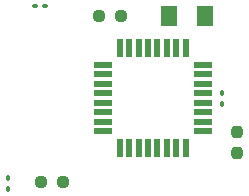
<source format=gbr>
%TF.GenerationSoftware,KiCad,Pcbnew,6.0.11+dfsg-1~bpo11+1*%
%TF.CreationDate,2023-08-17T01:34:46-07:00*%
%TF.ProjectId,electrical_intro_project,656c6563-7472-4696-9361-6c5f696e7472,rev?*%
%TF.SameCoordinates,Original*%
%TF.FileFunction,Paste,Top*%
%TF.FilePolarity,Positive*%
%FSLAX46Y46*%
G04 Gerber Fmt 4.6, Leading zero omitted, Abs format (unit mm)*
G04 Created by KiCad (PCBNEW 6.0.11+dfsg-1~bpo11+1) date 2023-08-17 01:34:46*
%MOMM*%
%LPD*%
G01*
G04 APERTURE LIST*
G04 Aperture macros list*
%AMRoundRect*
0 Rectangle with rounded corners*
0 $1 Rounding radius*
0 $2 $3 $4 $5 $6 $7 $8 $9 X,Y pos of 4 corners*
0 Add a 4 corners polygon primitive as box body*
4,1,4,$2,$3,$4,$5,$6,$7,$8,$9,$2,$3,0*
0 Add four circle primitives for the rounded corners*
1,1,$1+$1,$2,$3*
1,1,$1+$1,$4,$5*
1,1,$1+$1,$6,$7*
1,1,$1+$1,$8,$9*
0 Add four rect primitives between the rounded corners*
20,1,$1+$1,$2,$3,$4,$5,0*
20,1,$1+$1,$4,$5,$6,$7,0*
20,1,$1+$1,$6,$7,$8,$9,0*
20,1,$1+$1,$8,$9,$2,$3,0*%
G04 Aperture macros list end*
%ADD10R,0.550000X1.600000*%
%ADD11R,1.600000X0.550000*%
%ADD12RoundRect,0.237500X-0.250000X-0.237500X0.250000X-0.237500X0.250000X0.237500X-0.250000X0.237500X0*%
%ADD13RoundRect,0.237500X0.237500X-0.250000X0.237500X0.250000X-0.237500X0.250000X-0.237500X-0.250000X0*%
%ADD14RoundRect,0.250001X-0.462499X-0.624999X0.462499X-0.624999X0.462499X0.624999X-0.462499X0.624999X0*%
%ADD15RoundRect,0.090000X-0.090000X0.139000X-0.090000X-0.139000X0.090000X-0.139000X0.090000X0.139000X0*%
%ADD16RoundRect,0.090000X0.139000X0.090000X-0.139000X0.090000X-0.139000X-0.090000X0.139000X-0.090000X0*%
%ADD17RoundRect,0.090000X0.090000X-0.139000X0.090000X0.139000X-0.090000X0.139000X-0.090000X-0.139000X0*%
G04 APERTURE END LIST*
D10*
%TO.C,U1*%
X124550000Y-99420000D03*
X125350000Y-99420000D03*
X126150000Y-99420000D03*
X126950000Y-99420000D03*
X127750000Y-99420000D03*
X128550000Y-99420000D03*
X129350000Y-99420000D03*
X130150000Y-99420000D03*
D11*
X131600000Y-100870000D03*
X131600000Y-101670000D03*
X131600000Y-102470000D03*
X131600000Y-103270000D03*
X131600000Y-104070000D03*
X131600000Y-104870000D03*
X131600000Y-105670000D03*
X131600000Y-106470000D03*
D10*
X130150000Y-107920000D03*
X129350000Y-107920000D03*
X128550000Y-107920000D03*
X127750000Y-107920000D03*
X126950000Y-107920000D03*
X126150000Y-107920000D03*
X125350000Y-107920000D03*
X124550000Y-107920000D03*
D11*
X123100000Y-106470000D03*
X123100000Y-105670000D03*
X123100000Y-104870000D03*
X123100000Y-104070000D03*
X123100000Y-103270000D03*
X123100000Y-102470000D03*
X123100000Y-101670000D03*
X123100000Y-100870000D03*
%TD*%
D12*
%TO.C,R3*%
X117887500Y-110800000D03*
X119712500Y-110800000D03*
%TD*%
D13*
%TO.C,R2*%
X134500000Y-108325000D03*
X134500000Y-106500000D03*
%TD*%
D12*
%TO.C,R1*%
X122837500Y-96750000D03*
X124662500Y-96750000D03*
%TD*%
D14*
%TO.C,D1*%
X128762500Y-96750000D03*
X131737500Y-96750000D03*
%TD*%
D15*
%TO.C,C3*%
X115100000Y-111332500D03*
X115100000Y-110467500D03*
%TD*%
D16*
%TO.C,C2*%
X117367500Y-95900000D03*
X118232500Y-95900000D03*
%TD*%
D17*
%TO.C,C1*%
X133200000Y-103267500D03*
X133200000Y-104132500D03*
%TD*%
M02*

</source>
